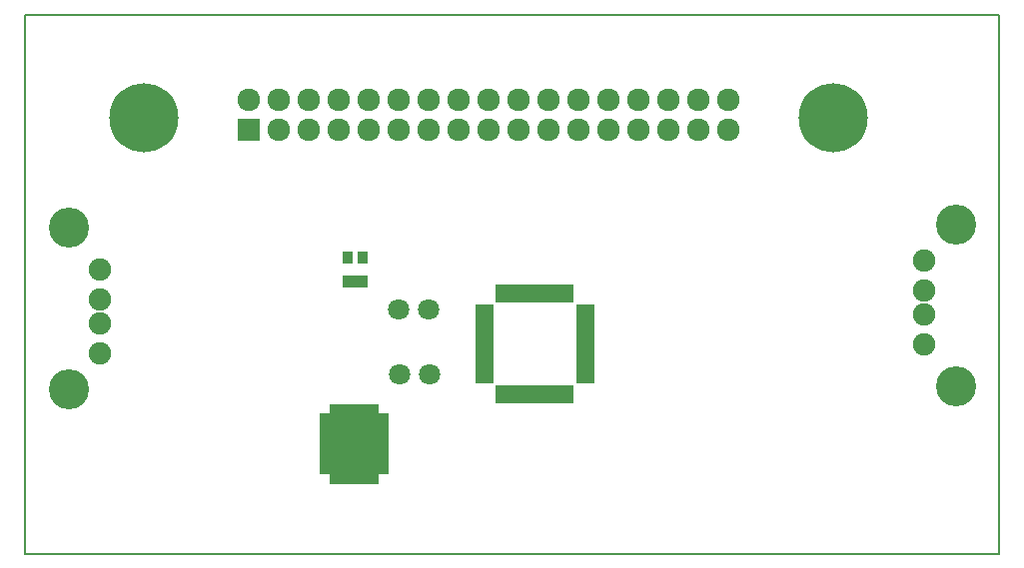
<source format=gts>
G04 #@! TF.FileFunction,Soldermask,Top*
%FSLAX46Y46*%
G04 Gerber Fmt 4.6, Leading zero omitted, Abs format (unit mm)*
G04 Created by KiCad (PCBNEW 4.0.2-4+6225~38~ubuntu14.04.1-stable) date Fri 25 Mar 2016 04:25:24 PM CET*
%MOMM*%
G01*
G04 APERTURE LIST*
%ADD10C,0.150000*%
%ADD11C,1.901140*%
%ADD12C,3.399740*%
%ADD13R,1.924000X1.924000*%
%ADD14C,1.924000*%
%ADD15C,5.861000*%
%ADD16C,1.797000*%
%ADD17R,0.806400X1.060400*%
%ADD18R,1.100000X0.650000*%
%ADD19R,0.650000X1.100000*%
%ADD20R,1.300000X1.550000*%
%ADD21R,1.600000X1.000000*%
%ADD22R,1.000000X1.600000*%
G04 APERTURE END LIST*
D10*
X219710000Y-93980000D02*
X137160000Y-93980000D01*
X219710000Y-139700000D02*
X219710000Y-93980000D01*
X137160000Y-139700000D02*
X219710000Y-139700000D01*
X137160000Y-93980000D02*
X137160000Y-139700000D01*
D11*
X143512120Y-122682860D03*
X143512120Y-120142860D03*
X143512120Y-118110860D03*
X143512120Y-115570860D03*
D12*
X140845120Y-125730860D03*
X140845120Y-112014860D03*
D11*
X213357880Y-114807140D03*
X213357880Y-117347140D03*
X213357880Y-119379140D03*
X213357880Y-121919140D03*
D12*
X216024880Y-111759140D03*
X216024880Y-125475140D03*
D13*
X156121100Y-103733600D03*
D14*
X156121100Y-101193600D03*
X158661100Y-103733600D03*
X158661100Y-101193600D03*
X161201100Y-103733600D03*
X161201100Y-101193600D03*
X163741100Y-103733600D03*
X163741100Y-101193600D03*
X166281100Y-103733600D03*
X166281100Y-101193600D03*
X168821100Y-103733600D03*
X168821100Y-101193600D03*
X171361100Y-103733600D03*
X171361100Y-101193600D03*
X173901100Y-103733600D03*
X173901100Y-101193600D03*
X176441100Y-103733600D03*
X176441100Y-101193600D03*
X178981100Y-103733600D03*
X178981100Y-101193600D03*
D15*
X147231100Y-102717600D03*
D14*
X181521100Y-103733600D03*
X181521100Y-101193600D03*
X184061100Y-103733600D03*
X184061100Y-101193600D03*
X186601100Y-103733600D03*
X186601100Y-101193600D03*
X189141100Y-103733600D03*
X189141100Y-101193600D03*
X191681100Y-103733600D03*
X191681100Y-101193600D03*
X194221100Y-103733600D03*
X194221100Y-101193600D03*
X196761100Y-103733600D03*
X196761100Y-101193600D03*
D15*
X205651100Y-102717600D03*
D16*
X168910000Y-124460000D03*
X171450000Y-124460000D03*
X168821100Y-118973600D03*
X171361100Y-118973600D03*
D17*
X164439600Y-116586000D03*
X165760400Y-116586000D03*
X165100000Y-116586000D03*
X165760400Y-114554000D03*
X164439600Y-114554000D03*
D18*
X162611100Y-128153600D03*
X162611100Y-128653600D03*
X162611100Y-129153600D03*
X162611100Y-129653600D03*
X162611100Y-130153600D03*
X162611100Y-130653600D03*
X162611100Y-131153600D03*
X162611100Y-131653600D03*
X162611100Y-132153600D03*
X162611100Y-132653600D03*
D19*
X163261100Y-133303600D03*
X163761100Y-133303600D03*
X164261100Y-133303600D03*
X164761100Y-133303600D03*
X165261100Y-133303600D03*
X165761100Y-133303600D03*
X166261100Y-133303600D03*
X166761100Y-133303600D03*
D18*
X167411100Y-132653600D03*
X167411100Y-132153600D03*
X167411100Y-131653600D03*
X167411100Y-131153600D03*
X167411100Y-130653600D03*
X167411100Y-130153600D03*
X167411100Y-129653600D03*
X167411100Y-129153600D03*
X167411100Y-128653600D03*
X167411100Y-128153600D03*
D19*
X166761100Y-127503600D03*
X166261100Y-127503600D03*
X165761100Y-127503600D03*
X165261100Y-127503600D03*
X164761100Y-127503600D03*
X164261100Y-127503600D03*
X163761100Y-127503600D03*
X163261100Y-127503600D03*
D20*
X166361100Y-132128600D03*
X166361100Y-130978600D03*
X166361100Y-129828600D03*
X166361100Y-128678600D03*
X165461100Y-132128600D03*
X165461100Y-130978600D03*
X165461100Y-129828600D03*
X165461100Y-128678600D03*
X164561100Y-132128600D03*
X164561100Y-130978600D03*
X164561100Y-129828600D03*
X164561100Y-128678600D03*
X163661100Y-132128600D03*
X163661100Y-130978600D03*
X163661100Y-129828600D03*
X163661100Y-128678600D03*
D21*
X176090000Y-119120000D03*
X176090000Y-119920000D03*
X176090000Y-120720000D03*
X176090000Y-121520000D03*
X176090000Y-122320000D03*
X176090000Y-123120000D03*
X176090000Y-123920000D03*
X176090000Y-124720000D03*
D22*
X177540000Y-126170000D03*
X178340000Y-126170000D03*
X179140000Y-126170000D03*
X179940000Y-126170000D03*
X180740000Y-126170000D03*
X181540000Y-126170000D03*
X182340000Y-126170000D03*
X183140000Y-126170000D03*
D21*
X184590000Y-124720000D03*
X184590000Y-123920000D03*
X184590000Y-123120000D03*
X184590000Y-122320000D03*
X184590000Y-121520000D03*
X184590000Y-120720000D03*
X184590000Y-119920000D03*
X184590000Y-119120000D03*
D22*
X183140000Y-117670000D03*
X182340000Y-117670000D03*
X181540000Y-117670000D03*
X180740000Y-117670000D03*
X179940000Y-117670000D03*
X179140000Y-117670000D03*
X178340000Y-117670000D03*
X177540000Y-117670000D03*
M02*

</source>
